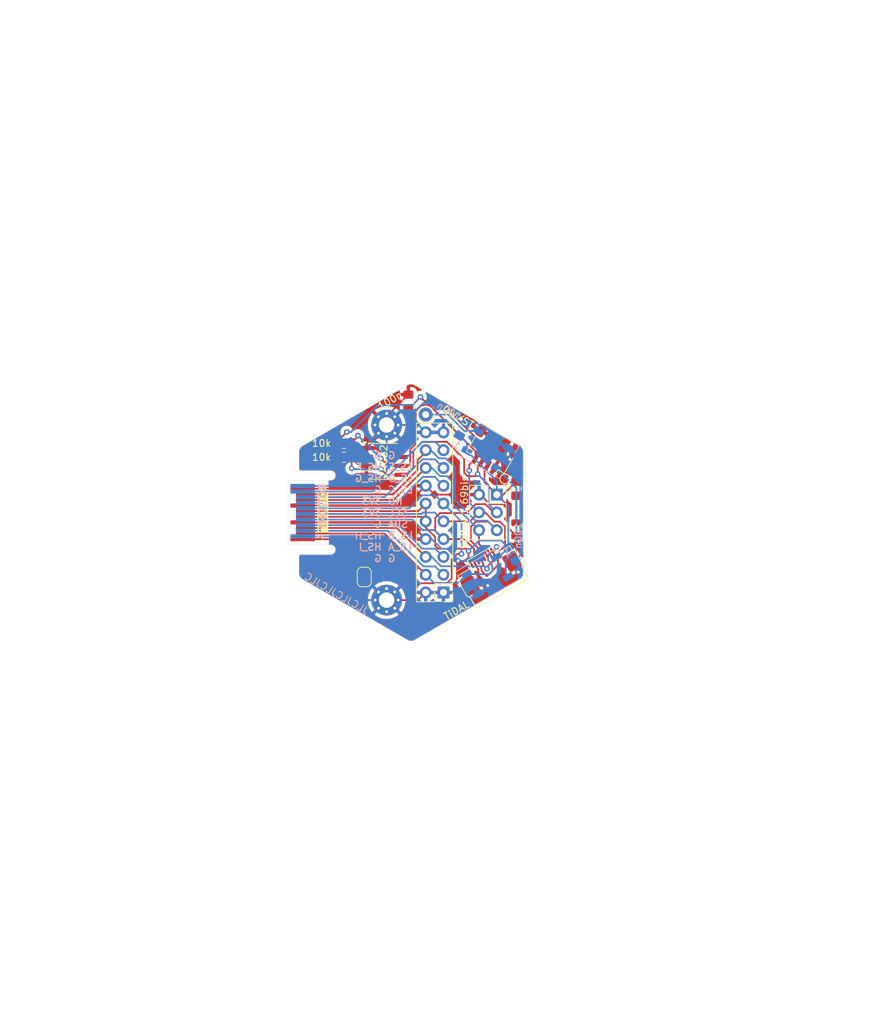
<source format=kicad_pcb>
(kicad_pcb (version 20240108) (generator "pcbnew") (generator_version "8.0")
  (layers (0 "F.Cu" signal) (31 "B.Cu" signal) (34 "B.Paste" user) (35 "F.Paste" user) (36 "B.SilkS" user "B.Silkscreen") (37 "F.SilkS" user "F.Silkscreen") (38 "B.Mask" user) (39 "F.Mask" user) (44 "Edge.Cuts" user))
  (net 0 "")
  (net 1 "/GND")
  (net 2 "/LS_A")
  (net 3 "/LS_B")
  (net 4 "/SDA")
  (net 5 "/SCL")
  (net 6 "/LS_C")
  (net 7 "/LS_D")
  (net 8 "/LS_E")
  (net 9 "/HS_F")
  (net 10 "/HS_G")
  (net 11 "/3V3")
  (net 12 "/HS_H")
  (net 13 "/HS_I")
  (net 14 "Net-(D1-A)")
  (net 15 "/HEXP_DET")
  (net 16 "Net-(D2-DOUT)")
  (net 17 "Net-(D3-DOUT)")
  (footprint "tildagon:hexpansion-edge-connector" (layer "F.Cu") (at 98.25 100)
    (property "Reference" "J1" (hide yes))
    (property "Value" "Hexpansion-Connector" (hide yes))
    (fp_line (start 0 4.4) (end 0 -4.4) (stroke (width 0.05)) (layer "Edge.Cuts"))
    (fp_line (start 6.25 -6) (end 2 -6) (stroke (width 0.05)) (layer "Edge.Cuts"))
    (fp_line (start 6.25 -4.6) (end 0.2 -4.6) (stroke (width 0.05)) (layer "Edge.Cuts"))
    (fp_line (start 6.25 4.6) (end 0.2 4.6) (stroke (width 0.05)) (layer "Edge.Cuts"))
    (fp_line (start 6.25 6) (end 2 6) (stroke (width 0.05)) (layer "Edge.Cuts"))
    (fp_arc (start 0 -4.4) (mid 0.058579 -4.541421) (end 0.2 -4.6) (stroke (width 0.05)) (layer "Edge.Cuts"))
    (fp_arc (start 0.2 4.6) (mid 0.058579 4.541421) (end 0 4.4) (stroke (width 0.05)) (layer "Edge.Cuts"))
    (fp_arc (start 6.25 -6) (mid 6.744975 -5.794975) (end 6.95 -5.3) (stroke (width 0.05)) (layer "Edge.Cuts"))
    (fp_arc (start 6.25 4.6) (mid 6.744975 4.805025) (end 6.95 5.3) (stroke (width 0.05)) (layer "Edge.Cuts"))
    (fp_arc (start 6.95 -5.3) (mid 6.744975 -4.805025) (end 6.25 -4.6) (stroke (width 0.05)) (layer "Edge.Cuts"))
    (fp_arc (start 6.95 5.3) (mid 6.744975 5.794975) (end 6.25 6) (stroke (width 0.05)) (layer "Edge.Cuts"))
  )
  (footprint "LED_SMD:LED_0805_2012Metric" (layer "F.Cu") (at 131 102.4 90)
    (property "Reference" "D1" (hide yes))
    (property "Value" "LED")
  )
  (footprint "Resistor_SMD:R_0805_2012Metric_Pad1.20x1.40mm_HandSolder" (layer "F.Cu") (at 106.4 90.1)
    (property "Reference" "R3" (hide yes))
    (property "Value" "10k")
  )
  (footprint "tilda6:XUNPU_FPC-05F-8PH20" (layer "F.Cu") (at 127.4 108.7 30)
    (property "Reference" "J4" (hide yes))
    (property "Value" "Conn_01x08")
  )
  (footprint "MountingHole:MountingHole_2.2mm_M2_Pad_Via" (layer "F.Cu") (at 112.5 87.5)
    (property "Reference" "H2" (hide yes))
    (property "Value" "MountingHole_Pad")
  )
  (footprint "Connector_PinHeader_2.54mm:PinHeader_2x10_P2.54mm_Vertical" (layer "F.Cu") (at 120.62 111.41 180)
    (property "Reference" "J2" (hide yes))
    (property "Value" "Conn_02x10_Odd_Even" (hide yes))
  )
  (footprint "Jumper:SolderJumper-2_P1.3mm_Bridged_RoundedPad1.0x1.5mm" (layer "F.Cu") (at 109.3 109.2 -90)
    (property "Reference" "JP1" (hide yes))
    (property "Value" "SolderJumper_2_Bridged" (hide yes))
  )
  (footprint "Resistor_SMD:R_0805_2012Metric_Pad1.20x1.40mm_HandSolder" (layer "F.Cu") (at 131 96.6 -90)
    (property "Reference" "R1" (hide yes))
    (property "Value" "R")
  )
  (footprint "Connector_JST:JST_SH_SM04B-SRSS-TB_1x04-1MP_P1.00mm_Horizontal" (layer "F.Cu") (at 127.5 91.3 150)
    (property "Reference" "J5" (hide yes))
    (property "Value" "Conn_01x04_MountingPin")
  )
  (footprint "Package_SO:SOIC-8_3.9x4.9mm_P1.27mm" (layer "F.Cu") (at 112.1 92.7)
    (property "Reference" "U1" (hide yes))
    (property "Value" "24C32")
  )
  (footprint "Capacitor_SMD:C_0805_2012Metric_Pad1.18x1.45mm_HandSolder" (layer "F.Cu") (at 115.6 84.2 90)
    (property "Reference" "C1" (hide yes))
    (property "Value" "100n")
  )
  (footprint "Connector_PinSocket_2.54mm:PinSocket_2x03_P2.54mm_Vertical" (layer "F.Cu") (at 128.24 97.44)
    (property "Reference" "J3" (hide yes))
    (property "Value" "Conn_02x03_Odd_Even")
  )
  (footprint "TestPoint:TestPoint_THTPad_D2.0mm_Drill1.0mm" (layer "F.Cu") (at 118.08 86.01)
    (property "Reference" "TP1" (hide yes))
    (property "Value" "TestPoint")
  )
  (footprint "Resistor_SMD:R_0805_2012Metric_Pad1.20x1.40mm_HandSolder" (layer "F.Cu") (at 106.4 92.1)
    (property "Reference" "R2" (hide yes))
    (property "Value" "10k")
  )
  (footprint "MountingHole:MountingHole_2.2mm_M2_Pad_Via" (layer "F.Cu") (at 112.5 112.5)
    (property "Reference" "H1" (hide yes))
    (property "Value" "MountingHole_Pad")
  )
  (footprint "LED_SMD:LED_WS2812B_PLCC4_5.0x5.0mm_P3.2mm" (layer "B.Cu") (at 126.9 109 -150)
    (property "Reference" "D2" (hide yes))
    (property "Value" "WS2812B")
  )
  (footprint "LED_SMD:LED_WS2812B_PLCC4_5.0x5.0mm_P3.2mm" (layer "B.Cu") (at 126.9 91 -30)
    (property "Reference" "D3" (hide yes))
    (property "Value" "WS2812B")
  )
  (footprint "Capacitor_SMD:C_0805_2012Metric_Pad1.18x1.45mm_HandSolder" (layer "B.Cu") (at 123.4 88.1 60)
    (property "Reference" "C3" (hide yes))
    (property "Value" "100n")
  )
  (footprint "Capacitor_SMD:C_0805_2012Metric_Pad1.18x1.45mm_HandSolder" (layer "B.Cu") (at 130.4 105.9 -60)
    (property "Reference" "C2" (hide yes))
    (property "Value" "100n")
  )
  (gr_line (start 127.7 106.9) (end 127.399995 106.200002) (stroke (width 0.25)) (layer "F.Cu") (net 12))
  (gr_line (start 125.9 106.6) (end 126.3 107.3) (stroke (width 0.2)) (layer "F.Cu") (net 5))
  (gr_line (start 125.6 108.2) (end 125.1 107.2) (stroke (width 0.25)) (layer "F.Cu") (net 1))
  (gr_line (start 126.9 106.3) (end 125.999989 104.800007) (stroke (width 0.25)) (layer "F.Cu") (net 10))
  (gr_line (start 126.4 106.5) (end 125.7 105.2) (stroke (width 0.25)) (layer "F.Cu") (net 9))
  (gr_line (start 125 105.9) (end 125.3 106.6) (stroke (width 0.25)) (layer "F.Cu") (net 4))
  (gr_circle (center 129.4 95.2) (end 129.4 94.5) (stroke (width 0.15)) (fill none) (layer "F.SilkS"))
  (gr_line (start 100.5 90.473725) (end 115.499995 81.813472) (stroke (width 0.05)) (layer "Edge.Cuts"))
  (gr_arc (start 131.499989 90.473725) (mid 131.866015 90.83975) (end 131.999989 91.33975) (stroke (width 0.05)) (layer "Edge.Cuts"))
  (gr_arc (start 100.25 94) (mid 100.073223 93.926777) (end 100 93.75) (stroke (width 0.1)) (layer "Edge.Cuts"))
  (gr_arc (start 115.499995 81.813472) (mid 115.999995 81.679497) (end 116.499995 81.813472) (stroke (width 0.05)) (layer "Edge.Cuts"))
  (gr_line (start 100.5 109.526269) (end 115.499995 118.186522) (stroke (width 0.05)) (layer "Edge.Cuts"))
  (gr_line (start 131.999989 91.33975) (end 131.999989 108.660243) (stroke (width 0.05)) (layer "Edge.Cuts"))
  (gr_line (start 100 93.75) (end 100 91.33975) (stroke (width 0.05)) (layer "Edge.Cuts"))
  (gr_arc (start 100 91.33975) (mid 100.133975 90.83975) (end 100.5 90.473725) (stroke (width 0.05)) (layer "Edge.Cuts"))
  (gr_line (start 100 106.25) (end 100 108.660243) (stroke (width 0.05)) (layer "Edge.Cuts"))
  (gr_line (start 116.499995 81.813472) (end 131.499989 90.473725) (stroke (width 0.05)) (layer "Edge.Cuts"))
  (gr_arc (start 100 106.25) (mid 100.073223 106.073223) (end 100.25 106) (stroke (width 0.1)) (layer "Edge.Cuts"))
  (gr_arc (start 100.5 109.526269) (mid 100.133975 109.160243) (end 100 108.660243) (stroke (width 0.05)) (layer "Edge.Cuts"))
  (gr_arc (start 131.999989 108.660243) (mid 131.866015 109.160243) (end 131.499989 109.526269) (stroke (width 0.05)) (layer "Edge.Cuts"))
  (gr_arc (start 116.499995 118.186522) (mid 115.999995 118.320497) (end 115.499995 118.186522) (stroke (width 0.05)) (layer "Edge.Cuts"))
  (gr_line (start 116.499995 118.186522) (end 131.499989 109.526269) (stroke (width 0.05)) (layer "Edge.Cuts"))
  (gr_text "3V3" (at 111.9 100.599999 -0) (layer "B.SilkS") (effects (font (size 1 1) (thickness 0.2) (bold yes)) (justify left bottom mirror)))
  (gr_text "HS_I" (at 111.9 105.499998 -0) (layer "B.SilkS") (effects (font (size 1 1) (thickness 0.2) (bold yes)) (justify left bottom mirror)))
  (gr_text "LS_C" (at 112.6 97.333333 0) (layer "B.SilkS") (effects (font (size 1 1) (thickness 0.2) (bold yes)) (justify right bottom mirror)))
  (gr_text "LS_B" (at 112.6 103.866665 0) (layer "B.SilkS") (effects (font (size 1 1) (thickness 0.2) (bold yes)) (justify right bottom mirror)))
  (gr_text "HS_H" (at 111.9 103.866665 -0) (layer "B.SilkS") (effects (font (size 1 1) (thickness 0.2) (bold yes)) (justify left bottom mirror)))
  (gr_text "JLCJLCJLCJLC" (at 109.6 114.7 330) (layer "B.SilkS") (effects (font (size 1 1)) (justify left bottom mirror)))
  (gr_text "LS_E" (at 112.6 94.066667 0) (layer "B.SilkS") (effects (font (size 1 1) (thickness 0.2) (bold yes)) (justify right bottom mirror)))
  (gr_text "LS_A" (at 112.6 105.499998 0) (layer "B.SilkS") (effects (font (size 1 1) (thickness 0.2) (bold yes)) (justify right bottom mirror)))
  (gr_text "3V3" (at 111.9 98.966666 0) (layer "B.SilkS") (effects (font (size 1 1) (thickness 0.2) (bold yes)) (justify left bottom mirror)))
  (gr_text "SCL" (at 112.6 100.599999 0) (layer "B.SilkS") (effects (font (size 1 1) (thickness 0.2) (bold yes)) (justify right bottom mirror)))
  (gr_text "G" (at 112.6 107.133331 0) (layer "B.SilkS") (effects (font (size 1 1) (thickness 0.2) (bold yes)) (justify right bottom mirror)))
  (gr_text "SDA" (at 112.6 102.233332 0) (layer "B.SilkS") (effects (font (size 1 1) (thickness 0.2) (bold yes)) (justify right bottom mirror)))
  (gr_text "HS_F" (at 111.9 94.066667 -0) (layer "B.SilkS") (effects (font (size 1 1) (thickness 0.2) (bold yes)) (justify left bottom mirror)))
  (gr_text "G" (at 111.9 92.433334 -0) (layer "B.SilkS") (effects (font (size 1 1) (thickness 0.2) (bold yes)) (justify left bottom mirror)))
  (gr_text "G" (at 111.9 107.133331 -0) (layer "B.SilkS") (effects (font (size 1 1) (thickness 0.2) (bold yes)) (justify left bottom mirror)))
  (gr_text "G" (at 111.9 102.233332 -0) (layer "B.SilkS") (effects (font (size 1 1) (thickness 0.2) (bold yes)) (justify left bottom mirror)))
  (gr_text "ND" (at 112.6 98.966666 0) (layer "B.SilkS") (effects (font (size 1 1) (thickness 0.2) (bold yes)) (justify right bottom mirror)))
  (gr_text "LS_D" (at 112.6 95.7 0) (layer "B.SilkS") (effects (font (size 1 1) (thickness 0.2) (bold yes)) (justify right bottom mirror)))
  (gr_text "G" (at 112.6 92.433334 0) (layer "B.SilkS") (effects (font (size 1 1) (thickness 0.2) (bold yes)) (justify right bottom mirror)))
  (gr_text "HS_G" (at 111.9 95.7 -0) (layer "B.SilkS") (effects (font (size 1 1) (thickness 0.2) (bold yes)) (justify left bottom mirror)))
  (gr_text "G" (at 111.9 97.333333 -0) (layer "B.SilkS") (effects (font (size 1 1) (thickness 0.2) (bold yes)) (justify left bottom mirror)))
  (gr_text "SAO V.1.69bis" (at 124.2 99.98 90) (layer "F.SilkS") (effects (font (size 1 1)) (justify bottom)))
  (gr_text "QW/ST" (at 120.2 85.6 330) (layer "F.SilkS") (effects (font (size 1 1)) (justify left bottom)))
  (gr_text "TiDAL" (at 121 115.5 30) (layer "F.SilkS") (effects (font (size 1 1)) (justify left bottom)))
  (segment (start 125.7 97.44) (end 125.89 97.44) (width 0.25) (layer "F.Cu") (net 1))
  (segment (start 109.3 109.85) (end 108.2 110.95) (width 0.25) (layer "F.Cu") (net 1))
  (segment (start 100.5 99) (end 115.25 99) (width 0.25) (layer "F.Cu") (net 1))
  (segment (start 124.428373 110.43299) (end 125.6 109.261363) (width 0.25) (layer "F.Cu") (net 1))
  (segment (start 130.862371 91.076202) (end 130.862371 91.637629) (width 0.25) (layer "F.Cu") (net 1))
  (segment (start 113.953731 92.065) (end 114.575 92.065) (width 0.25) (layer "F.Cu") (net 1))
  (segment (start 124.428373 110.43299) (end 124.428373 108.628373) (width 0.25) (layer "F.Cu") (net 1))
  (segment (start 131 103.3375) (end 131 106.379617) (width 0.25) (layer "F.Cu") (net 1))
  (segment (start 131.3 108.5) (end 131.3 107.906363) (width 0.25) (layer "F.Cu") (net 1))
  (segment (start 118.08 96.17) (end 119.35 97.44) (width 0.25) (layer "F.Cu") (net 1))
  (segment (start 118.08 111.41) (end 120.62 111.41) (width 0.25) (layer "F.Cu") (net 1))
  (segment (start 125.6 109.261363) (end 125.6 108.2) (width 0.25) (layer "F.Cu") (net 1))
  (segment (start 112.5 87.5) (end 112.5 86.2625) (width 0.25) (layer "F.Cu") (net 1))
  (segment (start 109.625 90.795) (end 112.5 87.92) (width 0.25) (layer "F.Cu") (net 1))
  (segment (start 119.35 97.44) (end 125.7 97.44) (width 0.25) (layer "F.Cu") (net 1))
  (segment (start 105.8 104.8) (end 105.8 108.6) (width 0.25) (layer "F.Cu") (net 1))
  (segment (start 112.5 87.5) (end 112.5 90.611269) (width 0.25) (layer "F.Cu") (net 1))
  (segment (start 105.8 108.6) (end 108.2 111) (width 0.25) (layer "F.Cu") (net 1))
  (segment (start 124.428373 108.628373) (end 122.698008 106.898008) (width 0.25) (layer "F.Cu") (net 1))
  (segment (start 124.428373 110.43299) (end 126.946627 110.43299) (width 0.25) (layer "F.Cu") (net 1))
  (segment (start 131 106.379617) (end 130.386627 106.99299) (width 0.25) (layer "F.Cu") (net 1))
  (segment (start 112.5 112.5) (end 116.99 112.5) (width 0.25) (layer "F.Cu") (net 1))
  (segment (start 126.946627 110.43299) (end 130.386627 106.99299) (width 0.25) (layer "F.Cu") (net 1))
  (segment (start 107.63 96.6) (end 109.625 94.605) (width 0.25) (layer "F.Cu") (net 1))
  (segment (start 120.62 111.41) (end 123.451363 111.41) (width 0.25) (layer "F.Cu") (net 1))
  (segment (start 112.5 87.92) (end 112.5 87.5) (width 0.25) (layer "F.Cu") (net 1))
  (segment (start 108.2 110.95) (end 108.2 111) (width 0.25) (layer "F.Cu") (net 1))
  (segment (start 127.255 98.805) (end 129.105 98.805) (width 0.25) (layer "F.Cu") (net 1))
  (segment (start 130.862371 91.637629) (end 130.1 92.4) (width 0.25) (layer "F.Cu") (net 1))
  (segment (start 130.862371 91.076202) (end 128.812629 91.076202) (width 0.25) (layer "F.Cu") (net 1))
  (segment (start 100.5 96.6) (end 107.63 96.6) (width 0.25) (layer "F.Cu") (net 1))
  (segment (start 109.625 94.605) (end 109.625 90.795) (width 0.25) (layer "F.Cu") (net 1))
  (segment (start 115.25 99) (end 118.08 96.17) (width 0.25) (layer "F.Cu") (net 1))
  (segment (start 128.812629 91.076202) (end 126.012629 88.276202) (width 0.25) (layer "F.Cu") (net 1))
  (segment (start 115.69 101.4) (end 118.08 103.79) (width 0.25) (layer "F.Cu") (net 1))
  (segment (start 112.5 86.2625) (end 115.6 83.1625) (width 0.25) (layer "F.Cu") (net 1))
  (segment (start 129.105 98.805) (end 129.9 99.6) (width 0.25) (layer "F.Cu") (net 1))
  (segment (start 109.7 112.5) (end 112.5 112.5) (width 0.25) (layer "F.Cu") (net 1))
  (segment (start 112.5 90.611269) (end 113.953731 92.065) (width 0.25) (layer "F.Cu") (net 1))
  (segment (start 129.9 99.6) (end 129.9 102.2375) (width 0.25) (layer "F.Cu") (net 1))
  (segment (start 131.3 107.906363) (end 130.386627 106.99299) (width 0.25) (layer "F.Cu") (net 1))
  (segment (start 125.89 97.44) (end 127.255 98.805) (width 0.25) (layer "F.Cu") (net 1))
  (segment (start 104.8 103.8) (end 105.8 104.8) (width 0.25) (layer "F.Cu") (net 1))
  (segment (start 100.5 101.4) (end 115.69 101.4) (width 0.25) (layer "F.Cu") (net 1))
  (segment (start 128.717949 93.782051) (end 130.1 92.4) (width 0.25) (layer "F.Cu") (net 1))
  (segment (start 127.799038 93.782051) (end 128.717949 93.782051) (width 0.25) (layer "F.Cu") (net 1))
  (segment (start 108.2 111) (end 109.7 112.5) (width 0.25) (layer "F.Cu") (net 1))
  (segment (start 123.451363 111.41) (end 124.428373 110.43299) (width 0.25) (layer "F.Cu") (net 1))
  (segment (start 100.5 103.8) (end 104.8 103.8) (width 0.25) (layer "F.Cu") (net 1))
  (segment (start 116.99 112.5) (end 118.08 111.41) (width 0.25) (layer "F.Cu") (net 1))
  (segment (start 129.9 102.2375) (end 131 103.3375) (width 0.25) (layer "F.Cu") (net 1))
  (via (at 122.698008 106.898008) (size 0.8) (drill 0.4) (layers "F.Cu" "B.Cu") (net 1))
  (via (at 130.1 92.4) (size 0.8) (drill 0.4) (layers "F.Cu" "B.Cu") (net 1))
  (via (at 126.946627 110.43299) (size 0.8) (drill 0.4) (layers "F.Cu" "B.Cu") (net 1))
  (via (at 131.3 108.5) (size 0.8) (drill 0.4) (layers "F.Cu" "B.Cu") (net 1))
  (segment (start 130.1 92.4) (end 130.1 91.049296) (width 0.25) (layer "B.Cu") (net 1))
  (segment (start 125.809128 87.509128) (end 125.9 87.6) (width 0.25) (layer "B.Cu") (net 1))
  (segment (start 129.846762 90.796058) (end 129.402088 90.796058) (width 0.25) (layer "B.Cu") (net 1))
  (segment (start 120.4 84.4) (end 123.201499 87.201499) (width 0.25) (layer "B.Cu") (net 1))
  (segment (start 121.155 105.155) (end 122.698008 106.698008) (width 0.25) (layer "B.Cu") (net 1))
  (segment (start 104.4 103.4) (end 105.8 104.8) (width 0.25) (layer "B.Cu") (net 1))
  (segment (start 126.6 88) (end 126.7 88) (width 0.25) (layer "B.Cu") (net 1))
  (segment (start 129.496058 90.796058) (end 129.846762 90.796058) (width 0.25) (layer "B.Cu") (net 1))
  (segment (start 105.8 104.8) (end 105.8 108.6) (width 0.25) (layer "B.Cu") (net 1))
  (segment (start 118.958299 103.79) (end 120.323299 105.155) (width 0.25) (layer "B.Cu") (net 1))
  (segment (start 112.5 94.3) (end 112.5 87.5) (width 0.25) (layer "B.Cu") (net 1))
  (segment (start 126.5 87.9) (end 126.6 88) (width 0.25) (layer "B.Cu") (net 1))
  (segment (start 118.08 88.55) (end 120.62 88.55) (width 0.25) (layer "B.Cu") (net 1))
  (segment (start 125.603238 111.653942) (end 125.725675 111.653942) (width 0.25) (layer "B.Cu") (net 1))
  (segment (start 123.201499 87.201499) (end 123.91875 87.201499) (width 0.25) (layer "B.Cu") (net 1))
  (segment (start 131.3 107.179751) (end 131.3 108.5) (width 0.25) (layer "B.Cu") (net 1))
  (segment (start 131.6 92.549296) (end 129.846762 90.796058) (width 0.25) (layer "B.Cu") (net 1))
  (segment (start 116.6 87.07) (end 116.6 85.5) (width 0.25) (layer "B.Cu") (net 1))
  (segment (start 116.48 87.5) (end 116.755 87.225) (width 0.25) (layer "B.Cu") (net 1))
  (segment (start 126.7 88) (end 129.496058 90.796058) (width 0.25) (layer "B.Cu") (net 1))
  (segment (start 126.2 87.7) (end 126.4 87.9) (width 0.25) (layer "B.Cu") (net 1))
  (segment (start 116.6 85.5) (end 117.7 84.4) (width 0.25) (layer "B.Cu") (net 1))
  (segment (start 125.709128 87.509128) (end 125.809128 87.509128) (width 0.25) (layer "B.Cu") (net 1))
  (segment (start 126 87.6) (end 126.1 87.7) (width 0.25) (layer "B.Cu") (net 1))
  (segment (start 100.5 103.4) (end 104.4 103.4) (width 0.25) (layer "B.Cu") (net 1))
  (segment (start 123.91875 87.201499) (end 125.401499 87.201499) (width 0.25) (layer "B.Cu") (net 1))
  (segment (start 125.9 87.6) (end 126 87.6) (width 0.25) (layer "B.Cu") (net 1))
  (segment (start 109.7 112.5) (end 112.5 112.5) (width 0.25) (layer "B.Cu") (net 1))
  (segment (start 131.6 106.117251) (end 131.6 92.549296) (width 0.25) (layer "B.Cu") (net 1))
  (segment (start 116.755 87.225) (end 116.6 87.07) (width 0.25) (layer "B.Cu") (net 1))
  (segment (start 130.91875 106.798501) (end 131.6 106.117251) (width 0.25) (layer "B.Cu") (net 1))
  (segment (start 110.6 96.2) (end 112.5 94.3) (width 0.25) (layer "B.Cu") (net 1))
  (segment (start 112.5 87.5) (end 116.48 87.5) (width 0.25) (layer "B.Cu") (net 1))
  (segment (start 130.91875 106.798501) (end 131.3 107.179751) (width 0.25) (layer "B.Cu") (net 1))
  (segment (start 100.5 96.2) (end 110.6 96.2) (width 0.25) (layer "B.Cu") (net 1))
  (segment (start 125.401499 87.201499) (end 125.709128 87.509128) (width 0.25) (layer "B.Cu") (net 1))
  (segment (start 118.08 88.55) (end 116.755 87.225) (width 0.25) (layer "B.Cu") (net 1))
  (segment (start 126.1 87.7) (end 126.2 87.7) (width 0.25) (layer "B.Cu") (net 1))
  (segment (start 105.8 108.6) (end 109.7 112.5) (width 0.25) (layer "B.Cu") (net 1))
  (segment (start 117.7 84.4) (end 120.4 84.4) (width 0.25) (layer "B.Cu") (net 1))
  (segment (start 130.1 91.049296) (end 129.846762 90.796058) (width 0.25) (layer "B.Cu") (net 1))
  (segment (start 118.08 103.79) (end 118.958299 103.79) (width 0.25) (layer "B.Cu") (net 1))
  (segment (start 120.323299 105.155) (end 121.155 105.155) (width 0.25) (layer "B.Cu") (net 1))
  (segment (start 125.725675 111.653942) (end 126.946627 110.43299) (width 0.25) (layer "B.Cu") (net 1))
  (segment (start 122.698008 106.698008) (end 122.698008 106.898008) (width 0.25) (layer "B.Cu") (net 1))
  (segment (start 126.4 87.9) (end 126.5 87.9) (width 0.25) (layer "B.Cu") (net 1))
  (segment (start 117.783299 107.695) (end 119.445 107.695) (width 0.25) (layer "B.Cu") (net 2))
  (segment (start 100.9 102.6) (end 112.688299 102.6) (width 0.25) (layer "B.Cu") (net 2))
  (segment (start 112.688299 102.6) (end 117.783299 107.695) (width 0.25) (layer "B.Cu") (net 2))
  (segment (start 119.445 107.695) (end 120.62 108.87) (width 0.25) (layer "B.Cu") (net 2))
  (segment (start 100.9 101.8) (end 114.238299 101.8) (width 0.25) (layer "B.Cu") (net 3))
  (segment (start 117.593299 105.155) (end 119.445 105.155) (width 0.25) (layer "B.Cu") (net 3))
  (segment (start 119.445 105.155) (end 120.62 106.33) (width 0.25) (layer "B.Cu") (net 3))
  (segment (start 114.238299 101.8) (end 117.593299 105.155) (width 0.25) (layer "B.Cu") (net 3))
  (segment (start 125.5 94.5) (end 125.195 94.805) (width 0.25) (layer "F.Cu") (net 4))
  (segment (start 112.505 94.605) (end 111.7 93.8) (width 0.25) (layer "F.Cu") (net 4))
  (segment (start 116.325 93.575) (end 115.295 94.605) (width 0.25) (layer "F.Cu") (net 4))
  (segment (start 116.325 91.183299) (end 116.325 93.575) (width 0.25) (layer "F.Cu") (net 4))
  (segment (start 123.586016 103.79) (end 125 105.203984) (width 0.25) (layer "F.Cu") (net 4))
  (segment (start 107.5 93.7) (end 107.5 92.2) (width 0.25) (layer "F.Cu") (net 4))
  (segment (start 123.943299 100.075) (end 125.213299 98.805) (width 0.25) (layer "F.Cu") (net 4))
  (segment (start 119.445 100.755) (end 120.125 100.075) (width 0.25) (layer "F.Cu") (net 4))
  (segment (start 123.575 94.300305) (end 123.575 92.375) (width 0.25) (layer "F.Cu") (net 4))
  (segment (start 124.079695 94.805) (end 123.575 94.300305) (width 0.25) (layer "F.Cu") (net 4))
  (segment (start 125.5 93.349038) (end 126.066987 92.782051) (width 0.25) (layer "F.Cu") (net 4))
  (segment (start 123.575 92.375) (end 121.1 89.9) (width 0.25) (layer "F.Cu") (net 4))
  (segment (start 114.575 94.605) (end 112.505 94.605) (width 0.25) (layer "F.Cu") (net 4))
  (segment (start 127.793604 99.98) (end 128.24 99.98) (width 0.25) (layer "F.Cu") (net 4))
  (segment (start 121.1 89.9) (end 117.608299 89.9) (width 0.25) (layer "F.Cu") (net 4))
  (segment (start 107.5 92.2) (end 107.4 92.1) (width 0.25) (layer "F.Cu") (net 4))
  (segment (start 126.618604 98.805) (end 127.793604 99.98) (width 0.25) (layer "F.Cu") (net 4))
  (segment (start 125.5 94.5) (end 125.5 93.349038) (width 0.25) (layer "F.Cu") (net 4))
  (segment (start 117.608299 89.9) (end 116.325 91.183299) (width 0.25) (layer "F.Cu") (net 4))
  (segment (start 120.62 103.79) (end 123.586016 103.79) (width 0.25) (layer "F.Cu") (net 4))
  (segment (start 120.125 100.075) (end 123.943299 100.075) (width 0.25) (layer "F.Cu") (net 4))
  (segment (start 125.213299 98.805) (end 126.618604 98.805) (width 0.25) (layer "F.Cu") (net 4))
  (segment (start 125 105.203984) (end 125 105.9) (width 0.25) (layer "F.Cu") (net 4))
  (segment (start 119.445 102.615) (end 119.445 100.755) (width 0.25) (layer "F.Cu") (net 4))
  (segment (start 115.295 94.605) (end 114.575 94.605) (width 0.25) (layer "F.Cu") (net 4))
  (segment (start 120.62 103.79) (end 119.445 102.615) (width 0.25) (layer "F.Cu") (net 4))
  (segment (start 125.195 94.805) (end 124.079695 94.805) (width 0.25) (layer "F.Cu") (net 4))
  (via (at 107.5 93.7) (size 0.8) (drill 0.4) (layers "F.Cu" "B.Cu") (net 4))
  (via (at 111.7 93.8) (size 0.8) (drill 0.4) (layers "F.Cu" "B.Cu") (net 4))
  (via (at 125.5 94.5) (size 0.8) (drill 0.4) (layers "F.Cu" "B.Cu") (net 4))
  (segment (start 119.33 102.5) (end 120.62 103.79) (width 0.25) (layer "B.Cu") (net 4))
  (segment (start 116.168299 101) (end 117.668299 102.5) (width 0.25) (layer "B.Cu") (net 4))
  (segment (start 107.6 93.8) (end 107.5 93.7) (width 0.25) (layer "B.Cu") (net 4))
  (segment (start 111.7 93.8) (end 107.6 93.8) (width 0.25) (layer "B.Cu") (net 4))
  (segment (start 128.24 99.98) (end 127.065 98.805) (width 0.25) (layer "B.Cu") (net 4))
  (segment (start 127.065 96.065) (end 125.5 94.5) (width 0.25) (layer "B.Cu") (net 4))
  (segment (start 127.065 98.805) (end 127.065 96.065) (width 0.25) (layer "B.Cu") (net 4))
  (segment (start 100.9 101) (end 116.168299 101) (width 0.25) (layer "B.Cu") (net 4))
  (segment (start 117.668299 102.5) (end 119.33 102.5) (width 0.25) (layer "B.Cu") (net 4))
  (segment (start 127.898299 101.3) (end 128.681701 101.3) (width 0.25) (layer "F.Cu") (net 5))
  (segment (start 126.05 108.013604) (end 126 107.963604) (width 0.25) (layer "F.Cu") (net 5))
  (segment (start 115.875 93.009999) (end 115.549999 93.335) (width 0.25) (layer "F.Cu") (net 5))
  (segment (start 128.681701 101.3) (end 129.415 102.033299) (width 0.25) (layer "F.Cu") (net 5))
  (segment (start 124.3 94) (end 124.3 93.183013) (width 0.25) (layer "F.Cu") (net 5))
  (segment (start 126.821016 109.075) (end 126.05 108.303984) (width 0.25) (layer "F.Cu") (net 5))
  (segment (start 128.4 107.496016) (end 126.821016 109.075) (width 0.25) (layer "F.Cu") (net 5))
  (segment (start 126 107.963604) (end 126 107.8) (width 0.25) (layer "F.Cu") (net 5))
  (segment (start 126.05 108.303984) (end 126.05 108.013604) (width 0.25) (layer "F.Cu") (net 5))
  (segment (start 117.465 84.685) (end 116.65 85.5) (width 0.25) (layer "F.Cu") (net 5))
  (segment (start 125.200962 91.257129) (end 118.628833 84.685) (width 0.25) (layer "F.Cu") (net 5))
  (segment (start 125.7 99.98) (end 126.578299 99.98) (width 0.25) (layer "F.Cu") (net 5))
  (segment (start 112.735 93.335) (end 111.7 92.3) (width 0.25) (layer "F.Cu") (net 5))
  (segment (start 128.4 105.763604) (end 128.4 107.496016) (width 0.25) (layer "F.Cu") (net 5))
  (segment (start 129.415 102.033299) (end 129.415 104.748604) (width 0.25) (layer "F.Cu") (net 5))
  (segment (start 126.578299 99.98) (end 127.898299 101.3) (width 0.25) (layer "F.Cu") (net 5))
  (segment (start 114.575 93.335) (end 112.735 93.335) (width 0.25) (layer "F.Cu") (net 5))
  (segment (start 124.3 93.183013) (end 125.200962 92.282051) (width 0.25) (layer "F.Cu") (net 5))
  (segment (start 120.62 101.25) (end 124.43 101.25) (width 0.25) (layer "F.Cu") (net 5))
  (segment (start 116.65 85.5) (end 116.65 90.221903) (width 0.25) (layer "F.Cu") (net 5))
  (segment (start 108.4 89) (end 108.4 89.1) (width 0.25) (layer "F.Cu") (net 5))
  (segment (start 125.200962 92.282051) (end 125.200962 91.257129) (width 0.25) (layer "F.Cu") (net 5))
  (segment (start 116.65 90.221903) (end 115.875 90.996903) (width 0.25) (layer "F.Cu") (net 5))
  (segment (start 115.549999 93.335) (end 114.575 93.335) (width 0.25) (layer "F.Cu") (net 5))
  (segment (start 118.628833 84.685) (end 117.465 84.685) (width 0.25) (layer "F.Cu") (net 5))
  (segment (start 129.415 104.748604) (end 128.4 105.763604) (width 0.25) (layer "F.Cu") (net 5))
  (segment (start 126 107.8) (end 126.3 107.5) (width 0.25) (layer "F.Cu") (net 5))
  (segment (start 115.875 90.996903) (end 115.875 93.009999) (width 0.25) (layer "F.Cu") (net 5))
  (segment (start 108.4 89.1) (end 107.4 90.1) (width 0.25) (layer "F.Cu") (net 5))
  (segment (start 126.3 107.5) (end 126.3 107.3) (width 0.25) (layer "F.Cu") (net 5))
  (segment (start 124.43 101.25) (end 125.7 99.98) (width 0.25) (layer "F.Cu") (net 5))
  (via (at 108.4 89) (size 0.8) (drill 0.4) (layers "F.Cu" "B.Cu") (net 5))
  (via (at 124.3 94) (size 0.8) (drill 0.4) (layers "F.Cu" "B.Cu") (net 5))
  (via (at 111.7 92.3) (size 0.8) (drill 0.4) (layers "F.Cu" "B.Cu") (net 5))
  (segment (start 124.3 98.58) (end 124.3 94) (width 0.25) (layer "B.Cu") (net 5))
  (segment (start 119.37 100) (end 120.62 101.25) (width 0.25) (layer "B.Cu") (net 5))
  (segment (start 117.5 100.2) (end 117.7 100) (width 0.25) (layer "B.Cu") (net 5))
  (segment (start 111.7 92.3) (end 108.4 89) (width 0.25) (layer "B.Cu") (net 5))
  (segment (start 125.7 99.98) (end 124.3 98.58) (width 0.25) (layer "B.Cu") (net 5))
  (segment (start 117.7 100) (end 119.37 100) (width 0.25) (layer "B.Cu") (net 5))
  (segment (start 100.9 100.2) (end 117.5 100.2) (width 0.25) (layer "B.Cu") (net 5))
  (segment (start 100.9 98.6) (end 113.988299 98.6) (width 0.25) (layer "B.Cu") (net 6))
  (segment (start 117.688299 94.9) (end 119.35 94.9) (width 0.25) (layer "B.Cu") (net 6))
  (segment (start 119.35 94.9) (end 120.62 96.17) (width 0.25) (layer "B.Cu") (net 6))
  (segment (start 113.988299 98.6) (end 117.688299 94.9) (width 0.25) (layer "B.Cu") (net 6))
  (segment (start 119.39 92.4) (end 120.62 93.63) (width 0.25) (layer "B.Cu") (net 7))
  (segment (start 112.2 97.8) (end 117.6 92.4) (width 0.25) (layer "B.Cu") (net 7))
  (segment (start 100.9 97.8) (end 112.2 97.8) (width 0.25) (layer "B.Cu") (net 7))
  (segment (start 117.6 92.4) (end 119.39 92.4) (width 0.25) (layer "B.Cu") (net 7))
  (segment (start 119.445 89.915) (end 120.62 91.09) (width 0.25) (layer "B.Cu") (net 8))
  (segment (start 110.508299 97) (end 117.593299 89.915) (width 0.25) (layer "B.Cu") (net 8))
  (segment (start 117.593299 89.915) (end 119.445 89.915) (width 0.25) (layer "B.Cu") (net 8))
  (segment (start 100.5 97) (end 110.508299 97) (width 0.25) (layer "B.Cu") (net 8))
  (segment (start 116.905 93.925908) (end 116.905 92.531396) (width 0.25) (layer "F.Cu") (net 9))
  (segment (start 127.02 101.3) (end 128.24 102.52) (width 0.25) (layer "F.Cu") (net 9))
  (segment (start 113.430908 97.4) (end 116.905 93.925908) (width 0.25) (layer "F.Cu") (net 9))
  (segment (start 124.525 104.025) (end 125.7 105.2) (width 0.25) (layer "F.Cu") (net 9))
  (segment (start 125.258299 101.3) (end 127.02 101.3) (width 0.25) (layer "F.Cu") (net 9))
  (segment (start 100.9 97.4) (end 113.430908 97.4) (width 0.25) (layer "F.Cu") (net 9))
  (segment (start 124.525 102.033299) (end 125.258299 101.3) (width 0.25) (layer "F.Cu") (net 9))
  (segment (start 116.905 92.531396) (end 118.08 91.356396) (width 0.25) (layer "F.Cu") (net 9))
  (segment (start 118.08 91.356396) (end 118.08 91.09) (width 0.25) (layer "F.Cu") (net 9))
  (segment (start 124.525 104.025) (end 124.525 102.033299) (width 0.25) (layer "F.Cu") (net 9))
  (segment (start 119.965 92.265) (end 118.79 91.09) (width 0.25) (layer "B.Cu") (net 9))
  (segment (start 118.79 91.09) (end 118.08 91.09) (width 0.25) (layer "B.Cu") (net 9))
  (segment (start 120.965 92.265) (end 119.965 92.265) (width 0.25) (layer "B.Cu") (net 9))
  (segment (start 128.24 102.52) (end 126.875 101.155) (width 0.25) (layer "B.Cu") (net 9))
  (segment (start 122.245 93.545) (end 120.965 92.265) (width 0.25) (layer "B.Cu") (net 9))
  (segment (start 126.875 101.155) (end 125.191396 101.155) (width 0.25) (layer "B.Cu") (net 9))
  (segment (start 125.191396 101.155) (end 122.245 98.208604) (width 0.25) (layer "B.Cu") (net 9))
  (segment (start 122.245 98.208604) (end 122.245 93.545) (width 0.25) (layer "B.Cu") (net 9))
  (segment (start 113.51 98.2) (end 118.08 93.63) (width 0.25) (layer "F.Cu") (net 10))
  (segment (start 125.7 104.5) (end 125.7 102.52) (width 0.25) (layer "F.Cu") (net 10))
  (segment (start 126 104.8) (end 125.7 104.5) (width 0.25) (layer "F.Cu") (net 10))
  (segment (start 100.9 98.2) (end 113.51 98.2) (width 0.25) (layer "F.Cu") (net 10))
  (segment (start 125.7 102.52) (end 121.795 98.615) (width 0.25) (layer "B.Cu") (net 10))
  (segment (start 120.133299 94.805) (end 118.958299 93.63) (width 0.25) (layer "B.Cu") (net 10))
  (segment (start 121.795 98.615) (end 121.795 95.495) (width 0.25) (layer "B.Cu") (net 10))
  (segment (start 121.105 94.805) (end 120.133299 94.805) (width 0.25) (layer "B.Cu") (net 10))
  (segment (start 121.795 95.495) (end 121.105 94.805) (width 0.25) (layer "B.Cu") (net 10))
  (segment (start 118.958299 93.63) (end 118.08 93.63) (width 0.25) (layer "B.Cu") (net 10))
  (segment (start 126.933013 93.282051) (end 126.986021 93.229043) (width 0.25) (layer "F.Cu") (net 11))
  (segment (start 115.6 85.2375) (end 115.6 89.77) (width 0.25) (layer "F.Cu") (net 11))
  (segment (start 105.4 90.1) (end 105.4 89.9) (width 0.25) (layer "F.Cu") (net 11))
  (segment (start 100.9 99.8) (end 100.9 100.6) (width 0.25) (layer "F.Cu") (net 11))
  (segment (start 124.604456 107.357975) (end 124.2 106.953519) (width 0.25) (layer "F.Cu") (net 11))
  (segment (start 105.4 89.9) (end 106.8 88.5) (width 0.25) (layer "F.Cu") (net 11))
  (segment (start 128.24 97.44) (end 129.16 97.44) (width 0.25) (layer "F.Cu") (net 11))
  (segment (start 119.855 105.155) (end 123.855 105.155) (width 0.25) (layer "F.Cu") (net 11))
  (segment (start 118.08 101.25) (end 118.08 102.128299) (width 0.25) (layer "F.Cu") (net 11))
  (segment (start 129.16 97.44) (end 131 95.6) (width 0.25) (layer "F.Cu") (net 11))
  (segment (start 126.986021 91.082636) (end 120.003385 84.1) (width 0.25) (layer "F.Cu") (net 11))
  (segment (start 105.4 92.1) (end 105.4 90.1) (width 0.25) (layer "F.Cu") (net 11))
  (segment (start 118.08 102.128299) (end 119.445 103.493299) (width 0.25) (layer "F.Cu") (net 11))
  (segment (start 124.2 106.953519) (end 124.2 105.5) (width 0.25) (layer "F.Cu") (net 11))
  (segment (start 100.9 100.6) (end 117.43 100.6) (width 0.25) (layer "F.Cu") (net 11))
  (segment (start 118.08 101.25) (end 118.08 98.71) (width 0.25) (layer "F.Cu") (net 11))
  (segment (start 117.9375 84.1) (end 117.3375 83.5) (width 0.25) (layer "F.Cu") (net 11))
  (segment (start 116.99 99.8) (end 118.08 98.71) (width 0.25) (layer "F.Cu") (net 11))
  (segment (start 117.3375 83.5) (end 115.6 85.2375) (width 0.25) (layer "F.Cu") (net 11))
  (segment (start 126.986021 93.229043) (end 126.986021 91.082636) (width 0.25) (layer "F.Cu") (net 11))
  (segment (start 117.43 100.6) (end 118.08 101.25) (width 0.25) (layer "F.Cu") (net 11))
  (segment (start 123.855 105.155) (end 124.2 105.5) (width 0.25) (layer "F.Cu") (net 11))
  (segment (start 126.478383 93.736681) (end 126.933013 93.282051) (width 0.25) (layer "F.Cu") (net 11))
  (segment (start 119.445 104.745) (end 119.855 105.155) (width 0.25) (layer "F.Cu") (net 11))
  (segment (start 126.478383 95.678383) (end 126.478383 93.736681) (width 0.25) (layer "F.Cu") (net 11))
  (segment (start 119.445 103.493299) (end 119.445 104.745) (width 0.25) (layer "F.Cu") (net 11))
  (segment (start 128.24 97.44) (end 126.478383 95.678383) (width 0.25) (layer "F.Cu") (net 11))
  (segment (start 120.003385 84.1) (end 117.9375 84.1) (width 0.25) (layer "F.Cu") (net 11))
  (segment (start 100.9 99.8) (end 116.99 99.8) (width 0.25) (layer "F.Cu") (net 11))
  (segment (start 115.6 89.77) (end 114.575 90.795) (width 0.25) (layer "F.Cu") (net 11))
  (via (at 117.3375 83.5) (size 0.8) (drill 0.4) (layers "F.Cu" "B.Cu") (net 11))
  (via (at 106.8 88.5) (size 0.8) (drill 0.4) (layers "F.Cu" "B.Cu") (net 11))
  (via (at 124.2 105.5) (size 0.8) (drill 0.4) (layers "F.Cu" "B.Cu") (net 11))
  (segment (start 125.7 104) (end 124.2 105.5) (width 0.25) (layer "B.Cu") (net 11))
  (segment (start 128.196762 106.346058) (end 128.536691 106.346058) (width 0.25) (layer "B.Cu") (net 11))
  (segment (start 123.953238 90.070489) (end 123.953238 91.203942) (width 0.25) (layer "B.Cu") (net 11))
  (segment (start 128.24 97.44) (end 128.24 95.490704) (width 0.25) (layer "B.Cu") (net 11))
  (segment (start 128.879751 104) (end 125.7 104) (width 0.25) (layer "B.Cu") (net 11))
  (segment (start 111.267779 84.632221) (end 116.205279 84.632221) (width 0.25) (layer "B.Cu") (net 11))
  (segment (start 129.88125 99.08125) (end 128.24 97.44) (width 0.25) (layer "B.Cu") (net 11))
  (segment (start 106.8 88.5) (end 107.4 88.5) (width 0.25) (layer "B.Cu") (net 11))
  (segment (start 122.88125 88.998501) (end 123.953238 90.070489) (width 0.25) (layer "B.Cu") (net 11))
  (segment (start 128.24 95.490704) (end 123.953238 91.203942) (width 0.25) (layer "B.Cu") (net 11))
  (segment (start 129.88125 105.001499) (end 129.88125 99.08125) (width 0.25) (layer "B.Cu") (net 11))
  (segment (start 107.4 88.5) (end 111.267779 84.632221) (width 0.25) (layer "B.Cu") (net 11))
  (segment (start 116.205279 84.632221) (end 117.3375 83.5) (width 0.25) (layer "B.Cu") (net 11))
  (segment (start 129.88125 105.001499) (end 128.879751 104) (width 0.25) (layer "B.Cu") (net 11))
  (segment (start 128.536691 106.346058) (end 129.88125 105.001499) (width 0.25) (layer "B.Cu") (net 11))
  (segment (start 127.7 106.9) (end 126.825 107.775) (width 0.25) (layer "F.Cu") (net 12))
  (segment (start 100.9 102.2) (end 113.95 102.2) (width 0.25) (layer "F.Cu") (net 12))
  (segment (start 113.95 102.2) (end 118.08 106.33) (width 0.25) (layer "F.Cu") (net 12))
  (segment (start 126.825 107.775) (end 126.825 108.025686) (width 0.25) (layer "F.Cu") (net 12))
  (via (at 126.825 108.025686) (size 0.8) (drill 0.4) (layers "F.Cu" "B.Cu") (net 12))
  (segment (start 120.273008 107.673008) (end 126.472322 107.673008) (width 0.25) (layer "B.Cu") (net 12))
  (segment (start 126.472322 107.673008) (end 126.825 108.025686) (width 0.25) (layer "B.Cu") (net 12))
  (segment (start 118.08 106.33) (end 118.93 106.33) (width 0.25) (layer "B.Cu") (net 12))
  (segment (start 118.93 106.33) (end 120.273008 107.673008) (width 0.25) (layer "B.Cu") (net 12))
  (segment (start 112.21 103) (end 118.08 108.87) (width 0.25) (layer "F.Cu") (net 13))
  (segment (start 128.2 104.9) (end 128.2 105.043519) (width 0.25) (layer "F.Cu") (net 13))
  (segment (start 100.9 103) (end 112.21 103) (width 0.25) (layer "F.Cu") (net 13))
  (segment (start 128.2 105.043519) (end 127.635544 105.607975) (width 0.25) (layer "F.Cu") (net 13))
  (via (at 128.2 104.9) (size 0.8) (drill 0.4) (layers "F.Cu" "B.Cu") (net 13))
  (segment (start 127.5 107.60467) (end 127.5 107.298146) (width 0.25) (layer "B.Cu") (net 13))
  (segment (start 126.997243 106.102757) (end 128.2 104.9) (width 0.25) (layer "B.Cu") (net 13))
  (segment (start 123.953238 108.796058) (end 122.704296 110.045) (width 0.25) (layer "B.Cu") (net 13))
  (segment (start 127.150644 108.796058) (end 127.6 108.346702) (width 0.25) (layer "B.Cu") (net 13))
  (segment (start 123.953238 108.796058) (end 127.150644 108.796058) (width 0.25) (layer "B.Cu") (net 13))
  (segment (start 127.6 107.70467) (end 127.5 107.60467) (width 0.25) (layer "B.Cu") (net 13))
  (segment (start 126.997243 106.795389) (end 126.997243 106.102757) (width 0.25) (layer "B.Cu") (net 13))
  (segment (start 119.255 110.045) (end 118.08 108.87) (width 0.25) (layer "B.Cu") (net 13))
  (segment (start 127.5 107.298146) (end 126.997243 106.795389) (width 0.25) (layer "B.Cu") (net 13))
  (segment (start 122.704296 110.045) (end 119.255 110.045) (width 0.25) (layer "B.Cu") (net 13))
  (segment (start 127.6 108.346702) (end 127.6 107.70467) (width 0.25) (layer "B.Cu") (net 13))
  (segment (start 131 97.6) (end 131 101.4625) (width 0.25) (layer "F.Cu") (net 14))
  (segment (start 123.2 105.9) (end 122.6 105.9) (width 0.25) (layer "F.Cu") (net 15))
  (segment (start 109.3 108.55) (end 113.45 108.55) (width 0.25) (layer "F.Cu") (net 15))
  (segment (start 121.795 109.405) (end 121.1 110.1) (width 0.25) (layer "F.Cu") (net 15))
  (segment (start 122.6 105.9) (end 121.795 106.705) (width 0.25) (layer "F.Cu") (net 15))
  (segment (start 121.795 106.705) (end 121.795 109.405) (width 0.25) (layer "F.Cu") (net 15))
  (segment (start 113.45 108.55) (end 115 110.1) (width 0.25) (layer "F.Cu") (net 15))
  (segment (start 121.1 110.1) (end 115 110.1) (width 0.25) (layer "F.Cu") (net 15))
  (via (at 123.2 105.9) (size 0.8) (drill 0.4) (layers "F.Cu" "B.Cu") (net 15))
  (segment (start 120.62 98.71) (end 123.2 101.29) (width 0.25) (layer "B.Cu") (net 15))
  (segment (start 100.9 99.4) (end 115.728299 99.4) (width 0.25) (layer "B.Cu") (net 15))
  (segment (start 119.445 97.535) (end 120.62 98.71) (width 0.25) (layer "B.Cu") (net 15))
  (segment (start 115.728299 99.4) (end 117.593299 97.535) (width 0.25) (layer "B.Cu") (net 15))
  (segment (start 123.2 101.29) (end 123.2 105.9) (width 0.25) (layer "B.Cu") (net 15))
  (segment (start 117.593299 97.535) (end 119.445 97.535) (width 0.25) (layer "B.Cu") (net 15))
  (segment (start 129.846762 109.203942) (end 129.517339 108.874519) (width 0.25) (layer "B.Cu") (net 16))
  (segment (start 129.517339 108.874519) (end 129.517339 106.682661) (width 0.25) (layer "B.Cu") (net 16))
  (segment (start 130.091 106.109) (end 130.225661 106.109) (width 0.25) (layer "B.Cu") (net 16))
  (segment (start 131.039079 96.496259) (end 128.196762 93.653942) (width 0.25) (layer "B.Cu") (net 16))
  (segment (start 129.517339 106.682661) (end 130.091 106.109) (width 0.25) (layer "B.Cu") (net 16))
  (segment (start 130.225661 106.109) (end 131.039079 105.295582) (width 0.25) (layer "B.Cu") (net 16))
  (segment (start 131.039079 105.295582) (end 131.039079 96.496259) (width 0.25) (layer "B.Cu") (net 16))
  (segment (start 123.611397 88.346058) (end 121.275339 86.01) (width 0.25) (layer "B.Cu") (net 17))
  (segment (start 125.603238 88.346058) (end 123.611397 88.346058) (width 0.25) (layer "B.Cu") (net 17))
  (segment (start 121.275339 86.01) (end 118.08 86.01) (width 0.25) (layer "B.Cu") (net 17))
  (zone (net 1) (net_name "/GND") (layers "F&B.Cu") (connect_pads (clearance 0.5)) (min_thickness 0.25) (fill yes (thermal_gap 0.5) (thermal_bridge_width 0.5))
    (polygon (pts (xy 57.275 160.275) (xy 59.675 28.2) (xy 137.95 26.825) (xy 175.875 98.55) (xy 150.725 173.025) (xy 109.325 169.925)))
  )
  (zone (net 0) (net_name "") (layers "F&B.Cu") (connect_pads (clearance 0)) (min_thickness 0.25)
    (keepout (tracks allowed) (vias allowed) (pads allowed) (copperpour not_allowed) (footprints allowed))
    (fill (thermal_gap 0.5) (thermal_bridge_width 0.5))
    (polygon (pts (xy 98.25 95.01) (xy 104.2 95.01) (xy 104.27 105.08) (xy 98.25 105.1)))
  )
)
</source>
